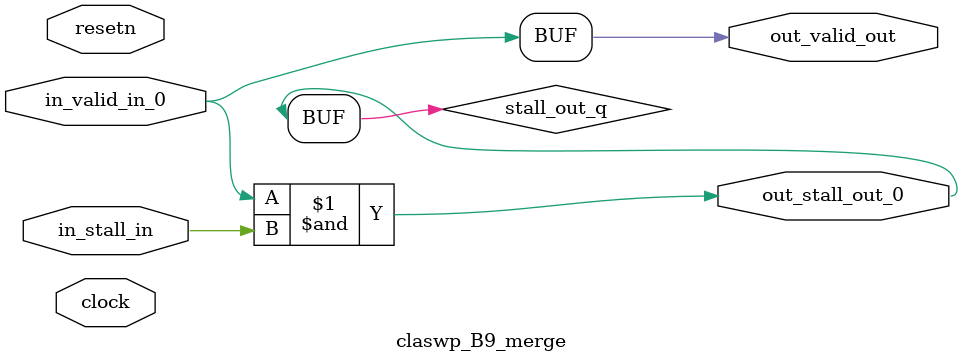
<source format=sv>



(* altera_attribute = "-name AUTO_SHIFT_REGISTER_RECOGNITION OFF; -name MESSAGE_DISABLE 10036; -name MESSAGE_DISABLE 10037; -name MESSAGE_DISABLE 14130; -name MESSAGE_DISABLE 14320; -name MESSAGE_DISABLE 15400; -name MESSAGE_DISABLE 14130; -name MESSAGE_DISABLE 10036; -name MESSAGE_DISABLE 12020; -name MESSAGE_DISABLE 12030; -name MESSAGE_DISABLE 12010; -name MESSAGE_DISABLE 12110; -name MESSAGE_DISABLE 14320; -name MESSAGE_DISABLE 13410; -name MESSAGE_DISABLE 113007; -name MESSAGE_DISABLE 10958" *)
module claswp_B9_merge (
    input wire [0:0] in_stall_in,
    input wire [0:0] in_valid_in_0,
    output wire [0:0] out_stall_out_0,
    output wire [0:0] out_valid_out,
    input wire clock,
    input wire resetn
    );

    wire [0:0] stall_out_q;


    // stall_out(LOGICAL,6)
    assign stall_out_q = in_valid_in_0 & in_stall_in;

    // out_stall_out_0(GPOUT,4)
    assign out_stall_out_0 = stall_out_q;

    // out_valid_out(GPOUT,5)
    assign out_valid_out = in_valid_in_0;

endmodule

</source>
